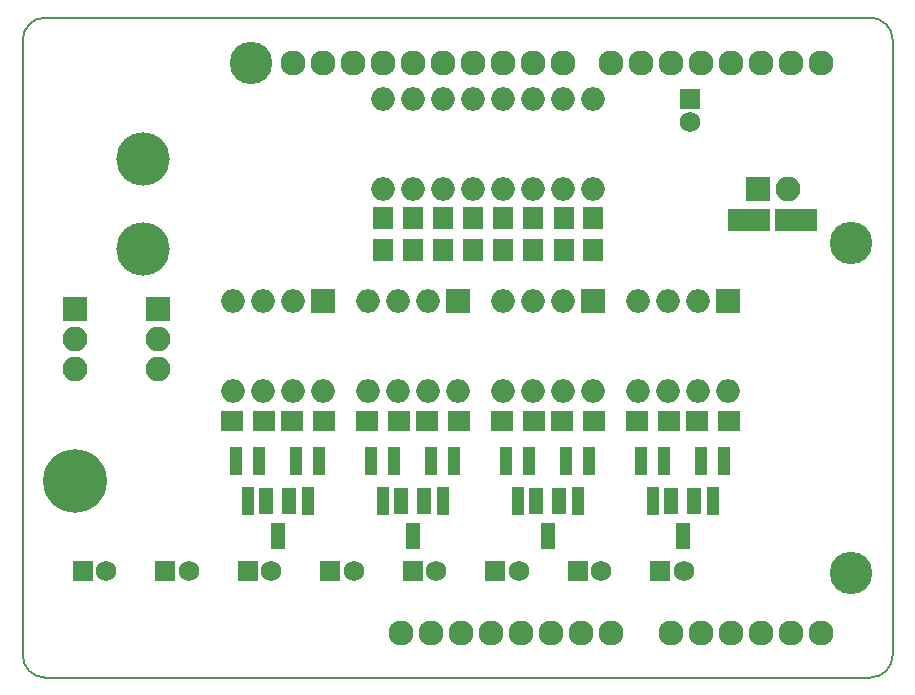
<source format=gbr>
%TF.GenerationSoftware,KiCad,Pcbnew,4.0.7*%
%TF.CreationDate,2018-07-13T11:03:56-06:00*%
%TF.ProjectId,valve_testing,76616C76655F74657374696E672E6B69,rev?*%
%TF.FileFunction,Soldermask,Bot*%
%FSLAX46Y46*%
G04 Gerber Fmt 4.6, Leading zero omitted, Abs format (unit mm)*
G04 Created by KiCad (PCBNEW 4.0.7) date Friday, July 13, 2018 'AMt' 11:03:56 AM*
%MOMM*%
%LPD*%
G01*
G04 APERTURE LIST*
%ADD10C,0.150000*%
%ADD11O,2.127200X2.127200*%
%ADD12C,3.600000*%
%ADD13O,2.000000X2.000000*%
%ADD14R,1.100000X2.400000*%
%ADD15R,2.000000X2.000000*%
%ADD16C,4.508500*%
%ADD17R,1.700000X1.900000*%
%ADD18R,3.600000X1.900000*%
%ADD19R,1.200000X2.300000*%
%ADD20R,1.900000X1.700000*%
%ADD21C,5.400000*%
%ADD22R,1.750000X1.750000*%
%ADD23C,1.750000*%
%ADD24R,2.100000X2.100000*%
%ADD25O,2.100000X2.100000*%
G04 APERTURE END LIST*
D10*
X157480000Y-51435000D02*
X157480000Y-50165000D01*
X83820000Y-51435000D02*
X83820000Y-50165000D01*
X83820000Y-100965000D02*
X83820000Y-102235000D01*
X157480000Y-101092000D02*
X157480000Y-102235000D01*
X83820000Y-51435000D02*
X83820000Y-100965000D01*
X157480000Y-51435000D02*
X157480000Y-101092000D01*
X83820000Y-102235000D02*
G75*
G03X85725000Y-104140000I1905000J0D01*
G01*
X85725000Y-48260000D02*
G75*
G03X83820000Y-50165000I0J-1905000D01*
G01*
X157480000Y-50165000D02*
G75*
G03X155575000Y-48260000I-1905000J0D01*
G01*
X155575000Y-104140000D02*
G75*
G03X157480000Y-102235000I0J1905000D01*
G01*
X155575000Y-48260000D02*
X85725000Y-48260000D01*
X85725000Y-104140000D02*
X155575000Y-104140000D01*
D11*
X138684000Y-100330000D03*
X133604000Y-100330000D03*
X131064000Y-100330000D03*
X128524000Y-100330000D03*
X125984000Y-100330000D03*
X123444000Y-100330000D03*
X120904000Y-100330000D03*
X118364000Y-100330000D03*
X151384000Y-52070000D03*
X148844000Y-52070000D03*
X146304000Y-52070000D03*
X143764000Y-52070000D03*
X141224000Y-52070000D03*
X138684000Y-52070000D03*
X136144000Y-52070000D03*
X133604000Y-52070000D03*
X114300000Y-52070000D03*
X129540000Y-52070000D03*
X127000000Y-52070000D03*
X124460000Y-52070000D03*
D12*
X153924000Y-95250000D03*
X153924000Y-67310000D03*
X103124000Y-52070000D03*
D11*
X106680000Y-52070000D03*
X109220000Y-52070000D03*
X111760000Y-52070000D03*
X116840000Y-52070000D03*
X119380000Y-52070000D03*
X121920000Y-52070000D03*
X115824000Y-100330000D03*
X141224000Y-100330000D03*
X143764000Y-100330000D03*
X146304000Y-100330000D03*
X148844000Y-100330000D03*
X151384000Y-100330000D03*
D13*
X114300000Y-62738000D03*
X116840000Y-62738000D03*
X119380000Y-62738000D03*
X121920000Y-62738000D03*
X124460000Y-62738000D03*
X127000000Y-62738000D03*
X129540000Y-62738000D03*
X132080000Y-62738000D03*
X132080000Y-55118000D03*
X129540000Y-55118000D03*
X127000000Y-55118000D03*
X124460000Y-55118000D03*
X121920000Y-55118000D03*
X119380000Y-55118000D03*
X116840000Y-55118000D03*
X114300000Y-55118000D03*
D14*
X113350000Y-85803000D03*
X115250000Y-85803000D03*
X114300000Y-89203000D03*
D15*
X109220000Y-72263000D03*
D13*
X101600000Y-79883000D03*
X106680000Y-72263000D03*
X104140000Y-79883000D03*
X104140000Y-72263000D03*
X106680000Y-79883000D03*
X101600000Y-72263000D03*
X109220000Y-79883000D03*
D16*
X93980000Y-67818000D03*
X93980000Y-60198000D03*
D17*
X129667000Y-65198000D03*
X129667000Y-67898000D03*
X114300000Y-65198000D03*
X114300000Y-67898000D03*
X116840000Y-65198000D03*
X116840000Y-67898000D03*
X119380000Y-65198000D03*
X119380000Y-67898000D03*
X121920000Y-65198000D03*
X121920000Y-67898000D03*
X124460000Y-65198000D03*
X124460000Y-67898000D03*
X127000000Y-65198000D03*
X127000000Y-67898000D03*
D18*
X145320000Y-65405000D03*
X149320000Y-65405000D03*
D17*
X132080000Y-65198000D03*
X132080000Y-67898000D03*
D15*
X120650000Y-72263000D03*
D13*
X113030000Y-79883000D03*
X118110000Y-72263000D03*
X115570000Y-79883000D03*
X115570000Y-72263000D03*
X118110000Y-79883000D03*
X113030000Y-72263000D03*
X120650000Y-79883000D03*
D15*
X132080000Y-72263000D03*
D13*
X124460000Y-79883000D03*
X129540000Y-72263000D03*
X127000000Y-79883000D03*
X127000000Y-72263000D03*
X129540000Y-79883000D03*
X124460000Y-72263000D03*
X132080000Y-79883000D03*
D15*
X143510000Y-72263000D03*
D13*
X135890000Y-79883000D03*
X140970000Y-72263000D03*
X138430000Y-79883000D03*
X138430000Y-72263000D03*
X140970000Y-79883000D03*
X135890000Y-72263000D03*
X143510000Y-79883000D03*
D19*
X104460000Y-89178000D03*
X106360000Y-89178000D03*
X105410000Y-92178000D03*
X115890000Y-89178000D03*
X117790000Y-89178000D03*
X116840000Y-92178000D03*
X127320000Y-89178000D03*
X129220000Y-89178000D03*
X128270000Y-92178000D03*
X138750000Y-89178000D03*
X140650000Y-89178000D03*
X139700000Y-92178000D03*
D14*
X101920000Y-85803000D03*
X103820000Y-85803000D03*
X102870000Y-89203000D03*
X107000000Y-85803000D03*
X108900000Y-85803000D03*
X107950000Y-89203000D03*
X118430000Y-85803000D03*
X120330000Y-85803000D03*
X119380000Y-89203000D03*
X124780000Y-85803000D03*
X126680000Y-85803000D03*
X125730000Y-89203000D03*
X129860000Y-85803000D03*
X131760000Y-85803000D03*
X130810000Y-89203000D03*
X136210000Y-85803000D03*
X138110000Y-85803000D03*
X137160000Y-89203000D03*
X141290000Y-85803000D03*
X143190000Y-85803000D03*
X142240000Y-89203000D03*
D20*
X101520000Y-82423000D03*
X104220000Y-82423000D03*
X109300000Y-82423000D03*
X106600000Y-82423000D03*
X112950000Y-82423000D03*
X115650000Y-82423000D03*
X120730000Y-82423000D03*
X118030000Y-82423000D03*
X124380000Y-82423000D03*
X127080000Y-82423000D03*
X132160000Y-82423000D03*
X129460000Y-82423000D03*
X135810000Y-82423000D03*
X138510000Y-82423000D03*
X143590000Y-82423000D03*
X140890000Y-82423000D03*
D21*
X88265000Y-87503000D03*
D22*
X137795000Y-95123000D03*
D23*
X139795000Y-95123000D03*
D24*
X146050000Y-62738000D03*
D25*
X148590000Y-62738000D03*
D22*
X140335000Y-55118000D03*
D23*
X140335000Y-57118000D03*
D22*
X88900000Y-95123000D03*
D23*
X90900000Y-95123000D03*
D22*
X95885000Y-95123000D03*
D23*
X97885000Y-95123000D03*
D22*
X102870000Y-95123000D03*
D23*
X104870000Y-95123000D03*
D22*
X109855000Y-95123000D03*
D23*
X111855000Y-95123000D03*
D22*
X116840000Y-95123000D03*
D23*
X118840000Y-95123000D03*
D22*
X123825000Y-95123000D03*
D23*
X125825000Y-95123000D03*
D22*
X130810000Y-95123000D03*
D23*
X132810000Y-95123000D03*
D24*
X95250000Y-72898000D03*
D25*
X95250000Y-75438000D03*
X95250000Y-77978000D03*
D24*
X88265000Y-72898000D03*
D25*
X88265000Y-75438000D03*
X88265000Y-77978000D03*
M02*

</source>
